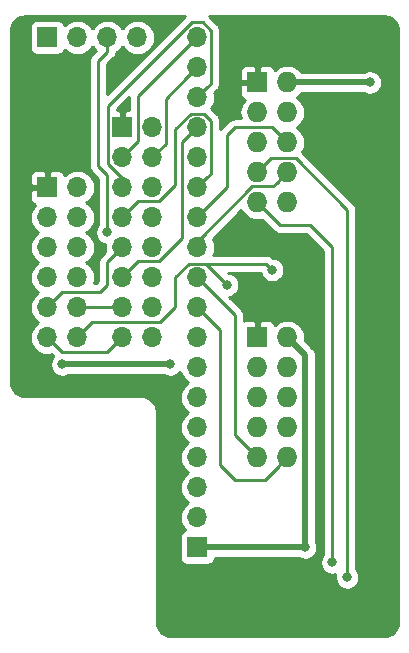
<source format=gbr>
G04 #@! TF.GenerationSoftware,KiCad,Pcbnew,(5.1.0-0)*
G04 #@! TF.CreationDate,2019-04-12T23:41:18+08:00*
G04 #@! TF.ProjectId,Ulticontroller_adapter,556c7469-636f-46e7-9472-6f6c6c65725f,rev?*
G04 #@! TF.SameCoordinates,Original*
G04 #@! TF.FileFunction,Copper,L1,Top*
G04 #@! TF.FilePolarity,Positive*
%FSLAX46Y46*%
G04 Gerber Fmt 4.6, Leading zero omitted, Abs format (unit mm)*
G04 Created by KiCad (PCBNEW (5.1.0-0)) date 2019-04-12 23:41:18*
%MOMM*%
%LPD*%
G04 APERTURE LIST*
%ADD10O,1.700000X1.700000*%
%ADD11R,1.700000X1.700000*%
%ADD12O,1.727200X1.727200*%
%ADD13R,1.727200X1.727200*%
%ADD14C,0.800000*%
%ADD15C,0.250000*%
%ADD16C,0.500000*%
%ADD17C,0.254000*%
G04 APERTURE END LIST*
D10*
X124460000Y-87630000D03*
X124460000Y-90170000D03*
X124460000Y-92710000D03*
X124460000Y-95250000D03*
X124460000Y-97790000D03*
X124460000Y-100330000D03*
X124460000Y-102870000D03*
X124460000Y-105410000D03*
X124460000Y-107950000D03*
X124460000Y-110490000D03*
X124460000Y-113030000D03*
X124460000Y-115570000D03*
X124460000Y-118110000D03*
X124460000Y-120650000D03*
X124460000Y-123190000D03*
X124460000Y-125730000D03*
X124460000Y-128270000D03*
D11*
X124460000Y-130810000D03*
D10*
X120650000Y-113030000D03*
X118110000Y-113030000D03*
X120650000Y-110490000D03*
X118110000Y-110490000D03*
X120650000Y-107950000D03*
X118110000Y-107950000D03*
X120650000Y-105410000D03*
X118110000Y-105410000D03*
X120650000Y-102870000D03*
X118110000Y-102870000D03*
X120650000Y-100330000D03*
X118110000Y-100330000D03*
X120650000Y-97790000D03*
X118110000Y-97790000D03*
X120650000Y-95250000D03*
D11*
X118110000Y-95250000D03*
X111760000Y-100330000D03*
D10*
X114300000Y-100330000D03*
X111760000Y-102870000D03*
X114300000Y-102870000D03*
X111760000Y-105410000D03*
X114300000Y-105410000D03*
X111760000Y-107950000D03*
X114300000Y-107950000D03*
X111760000Y-110490000D03*
X114300000Y-110490000D03*
X111760000Y-113030000D03*
X114300000Y-113030000D03*
X119380000Y-87630000D03*
X116840000Y-87630000D03*
X114300000Y-87630000D03*
D11*
X111760000Y-87630000D03*
D12*
X132080000Y-101600000D03*
X129540000Y-101600000D03*
X132080000Y-99060000D03*
X129540000Y-99060000D03*
X132080000Y-96520000D03*
X129540000Y-96520000D03*
X132080000Y-93980000D03*
X129540000Y-93980000D03*
X132080000Y-91440000D03*
D13*
X129540000Y-91440000D03*
D12*
X132080000Y-123190000D03*
X129540000Y-123190000D03*
X132080000Y-120650000D03*
X129540000Y-120650000D03*
X132080000Y-118110000D03*
X129540000Y-118110000D03*
X132080000Y-115570000D03*
X129540000Y-115570000D03*
X132080000Y-113030000D03*
D13*
X129540000Y-113030000D03*
D14*
X116840000Y-104140000D03*
X139065000Y-91440000D03*
X133604000Y-130810000D03*
X122174000Y-115316000D03*
X113030000Y-115316006D03*
X130810000Y-107315000D03*
X127000000Y-108585000D03*
X137160000Y-133350000D03*
X135890000Y-132080000D03*
X114554000Y-95250000D03*
D15*
X119474999Y-92615001D02*
X123610001Y-88479999D01*
X119474999Y-96425001D02*
X119474999Y-92615001D01*
X123610001Y-88479999D02*
X124460000Y-87630000D01*
X118110000Y-97790000D02*
X119474999Y-96425001D01*
X123610001Y-91019999D02*
X124460000Y-90170000D01*
X121825001Y-92804999D02*
X123610001Y-91019999D01*
X121825001Y-96614999D02*
X121825001Y-92804999D01*
X120650000Y-97790000D02*
X121825001Y-96614999D01*
X125309999Y-91860001D02*
X124460000Y-92710000D01*
X125635001Y-87065999D02*
X125635001Y-91534999D01*
X123990998Y-86360000D02*
X124929002Y-86360000D01*
X125635001Y-91534999D02*
X125309999Y-91860001D01*
X124929002Y-86360000D02*
X125635001Y-87065999D01*
X116934999Y-93415999D02*
X123990998Y-86360000D01*
X116934999Y-98354001D02*
X116934999Y-93415999D01*
X118110000Y-99529002D02*
X116934999Y-98354001D01*
X118110000Y-100330000D02*
X118110000Y-99529002D01*
X123190000Y-104609002D02*
X123190000Y-96520000D01*
X121214001Y-106585001D02*
X123190000Y-104609002D01*
X123190000Y-96520000D02*
X124460000Y-95250000D01*
X119474999Y-106585001D02*
X121214001Y-106585001D01*
X118110000Y-107950000D02*
X119474999Y-106585001D01*
X125309999Y-99480001D02*
X124460000Y-100330000D01*
X125635001Y-94685999D02*
X125635001Y-99154999D01*
X125635001Y-99154999D02*
X125309999Y-99480001D01*
X125024001Y-94074999D02*
X125635001Y-94685999D01*
X123895999Y-94074999D02*
X125024001Y-94074999D01*
X122555000Y-95415998D02*
X123895999Y-94074999D01*
X121214001Y-101505001D02*
X122555000Y-100164002D01*
X119474999Y-101505001D02*
X121214001Y-101505001D01*
X122555000Y-100164002D02*
X122555000Y-95415998D01*
X118110000Y-102870000D02*
X119474999Y-101505001D01*
X124460000Y-102870000D02*
X124460000Y-102069002D01*
X124460000Y-102870000D02*
X127000000Y-100330000D01*
X127000000Y-100330000D02*
X127000000Y-95885000D01*
X127000000Y-95885000D02*
X127635000Y-95250000D01*
X130810000Y-95250000D02*
X132080000Y-96520000D01*
X127635000Y-95250000D02*
X130810000Y-95250000D01*
X124460000Y-105410000D02*
X124460000Y-104775000D01*
X130891399Y-100248601D02*
X131216401Y-99923599D01*
X131216401Y-99923599D02*
X132080000Y-99060000D01*
X129132269Y-100248601D02*
X130891399Y-100248601D01*
X124605870Y-104775000D02*
X129132269Y-100248601D01*
X124460000Y-104775000D02*
X124605870Y-104775000D01*
X124460000Y-107950000D02*
X127635000Y-111125000D01*
X127635000Y-111125000D02*
X127635000Y-121285000D01*
X128676401Y-122326401D02*
X129540000Y-123190000D01*
X127635000Y-121285000D02*
X128676401Y-122326401D01*
X127635000Y-125095000D02*
X130175000Y-125095000D01*
X126365000Y-123825000D02*
X127635000Y-125095000D01*
X130175000Y-125095000D02*
X131216401Y-124053599D01*
X126365000Y-112395000D02*
X126365000Y-123825000D01*
X131216401Y-124053599D02*
X132080000Y-123190000D01*
X124460000Y-110490000D02*
X126365000Y-112395000D01*
X116840000Y-87630000D02*
X116840000Y-88832081D01*
X116840000Y-88832081D02*
X116078000Y-89594081D01*
X116840000Y-104140000D02*
X116840000Y-99314000D01*
X116840000Y-99314000D02*
X116078000Y-98552000D01*
X116078000Y-89594081D02*
X116078000Y-98552000D01*
D16*
X132080000Y-91440000D02*
X139065000Y-91440000D01*
X139065000Y-91440000D02*
X139065000Y-91440000D01*
X133604000Y-114554000D02*
X133604000Y-129794000D01*
X132080000Y-113030000D02*
X133604000Y-114554000D01*
X133604000Y-129794000D02*
X133604000Y-129794000D01*
X122173994Y-115316006D02*
X122174000Y-115316000D01*
X113030000Y-115316006D02*
X122173994Y-115316006D01*
X133604000Y-129794000D02*
X133604000Y-130810000D01*
X133604000Y-130810000D02*
X124460000Y-130810000D01*
D15*
X130269999Y-106774999D02*
X123730001Y-106774999D01*
X130810000Y-107315000D02*
X130269999Y-106774999D01*
X123730001Y-106774999D02*
X122555000Y-107950000D01*
X122555000Y-107950000D02*
X122555000Y-110490000D01*
X122555000Y-110490000D02*
X121285000Y-111760000D01*
X115570000Y-111760000D02*
X114300000Y-113030000D01*
X121285000Y-111760000D02*
X115570000Y-111760000D01*
X125189999Y-106774999D02*
X127000000Y-108585000D01*
X123730001Y-106774999D02*
X125189999Y-106774999D01*
X116840000Y-114300000D02*
X118110000Y-113030000D01*
X113030000Y-114300000D02*
X116840000Y-114300000D01*
X111760000Y-113030000D02*
X113030000Y-114300000D01*
X114300000Y-110490000D02*
X118110000Y-110490000D01*
X113030000Y-109220000D02*
X116205000Y-109220000D01*
X111760000Y-110490000D02*
X113030000Y-109220000D01*
X116205000Y-109220000D02*
X116840000Y-108585000D01*
X116840000Y-106680000D02*
X118110000Y-105410000D01*
X116840000Y-108585000D02*
X116840000Y-106680000D01*
X137160000Y-132784315D02*
X137160000Y-133350000D01*
X130728601Y-97871399D02*
X132796399Y-97871399D01*
X129540000Y-99060000D02*
X130728601Y-97871399D01*
X137160000Y-102235000D02*
X137160000Y-132784315D01*
X132796399Y-97871399D02*
X137160000Y-102235000D01*
X135890000Y-132080000D02*
X135890000Y-105410000D01*
X135890000Y-105410000D02*
X133985000Y-103505000D01*
X133985000Y-103505000D02*
X131445000Y-103505000D01*
X131445000Y-103505000D02*
X129540000Y-101600000D01*
D17*
G36*
X116838000Y-92438197D02*
G01*
X116838000Y-89908882D01*
X117351002Y-89395880D01*
X117380001Y-89372082D01*
X117474974Y-89256357D01*
X117545546Y-89124328D01*
X117589003Y-88981067D01*
X117596031Y-88909716D01*
X117669014Y-88870706D01*
X117895134Y-88685134D01*
X118080706Y-88459014D01*
X118110000Y-88404209D01*
X118139294Y-88459014D01*
X118324866Y-88685134D01*
X118550986Y-88870706D01*
X118808966Y-89008599D01*
X119088889Y-89093513D01*
X119307050Y-89115000D01*
X119452950Y-89115000D01*
X119671111Y-89093513D01*
X119951034Y-89008599D01*
X120209014Y-88870706D01*
X120435134Y-88685134D01*
X120620706Y-88459014D01*
X120758599Y-88201034D01*
X120843513Y-87921111D01*
X120872185Y-87630000D01*
X120843513Y-87338889D01*
X120758599Y-87058966D01*
X120620706Y-86800986D01*
X120435134Y-86574866D01*
X120209014Y-86389294D01*
X119951034Y-86251401D01*
X119671111Y-86166487D01*
X119452950Y-86145000D01*
X119307050Y-86145000D01*
X119088889Y-86166487D01*
X118808966Y-86251401D01*
X118550986Y-86389294D01*
X118324866Y-86574866D01*
X118139294Y-86800986D01*
X118110000Y-86855791D01*
X118080706Y-86800986D01*
X117895134Y-86574866D01*
X117669014Y-86389294D01*
X117411034Y-86251401D01*
X117131111Y-86166487D01*
X116912950Y-86145000D01*
X116767050Y-86145000D01*
X116548889Y-86166487D01*
X116268966Y-86251401D01*
X116010986Y-86389294D01*
X115784866Y-86574866D01*
X115599294Y-86800986D01*
X115570000Y-86855791D01*
X115540706Y-86800986D01*
X115355134Y-86574866D01*
X115129014Y-86389294D01*
X114871034Y-86251401D01*
X114591111Y-86166487D01*
X114372950Y-86145000D01*
X114227050Y-86145000D01*
X114008889Y-86166487D01*
X113728966Y-86251401D01*
X113470986Y-86389294D01*
X113244866Y-86574866D01*
X113220393Y-86604687D01*
X113199502Y-86535820D01*
X113140537Y-86425506D01*
X113061185Y-86328815D01*
X112964494Y-86249463D01*
X112854180Y-86190498D01*
X112734482Y-86154188D01*
X112610000Y-86141928D01*
X110910000Y-86141928D01*
X110785518Y-86154188D01*
X110665820Y-86190498D01*
X110555506Y-86249463D01*
X110458815Y-86328815D01*
X110379463Y-86425506D01*
X110320498Y-86535820D01*
X110284188Y-86655518D01*
X110271928Y-86780000D01*
X110271928Y-88480000D01*
X110284188Y-88604482D01*
X110320498Y-88724180D01*
X110379463Y-88834494D01*
X110458815Y-88931185D01*
X110555506Y-89010537D01*
X110665820Y-89069502D01*
X110785518Y-89105812D01*
X110910000Y-89118072D01*
X112610000Y-89118072D01*
X112734482Y-89105812D01*
X112854180Y-89069502D01*
X112964494Y-89010537D01*
X113061185Y-88931185D01*
X113140537Y-88834494D01*
X113199502Y-88724180D01*
X113220393Y-88655313D01*
X113244866Y-88685134D01*
X113470986Y-88870706D01*
X113728966Y-89008599D01*
X114008889Y-89093513D01*
X114227050Y-89115000D01*
X114372950Y-89115000D01*
X114591111Y-89093513D01*
X114871034Y-89008599D01*
X115129014Y-88870706D01*
X115355134Y-88685134D01*
X115540706Y-88459014D01*
X115570000Y-88404209D01*
X115599294Y-88459014D01*
X115784866Y-88685134D01*
X115854774Y-88742506D01*
X115567002Y-89030278D01*
X115537999Y-89054080D01*
X115495544Y-89105812D01*
X115443026Y-89169805D01*
X115396763Y-89256357D01*
X115372454Y-89301835D01*
X115328997Y-89445096D01*
X115318000Y-89556749D01*
X115318000Y-89556759D01*
X115314324Y-89594081D01*
X115318000Y-89631403D01*
X115318001Y-98514668D01*
X115314324Y-98552000D01*
X115328998Y-98700985D01*
X115372454Y-98844246D01*
X115443026Y-98976276D01*
X115508229Y-99055725D01*
X115538000Y-99092001D01*
X115566998Y-99115799D01*
X116080001Y-99628803D01*
X116080000Y-103436289D01*
X116036063Y-103480226D01*
X115922795Y-103649744D01*
X115844774Y-103838102D01*
X115805000Y-104038061D01*
X115805000Y-104241939D01*
X115844774Y-104441898D01*
X115922795Y-104630256D01*
X116036063Y-104799774D01*
X116180226Y-104943937D01*
X116349744Y-105057205D01*
X116538102Y-105135226D01*
X116642826Y-105156057D01*
X116617815Y-105410000D01*
X116646487Y-105701111D01*
X116669203Y-105775996D01*
X116328998Y-106116201D01*
X116300000Y-106139999D01*
X116276202Y-106168997D01*
X116276201Y-106168998D01*
X116205026Y-106255724D01*
X116134454Y-106387754D01*
X116090998Y-106531015D01*
X116076324Y-106680000D01*
X116080001Y-106717332D01*
X116080000Y-108270198D01*
X115890199Y-108460000D01*
X115697114Y-108460000D01*
X115763513Y-108241111D01*
X115792185Y-107950000D01*
X115763513Y-107658889D01*
X115678599Y-107378966D01*
X115540706Y-107120986D01*
X115355134Y-106894866D01*
X115129014Y-106709294D01*
X115074209Y-106680000D01*
X115129014Y-106650706D01*
X115355134Y-106465134D01*
X115540706Y-106239014D01*
X115678599Y-105981034D01*
X115763513Y-105701111D01*
X115792185Y-105410000D01*
X115763513Y-105118889D01*
X115678599Y-104838966D01*
X115540706Y-104580986D01*
X115355134Y-104354866D01*
X115129014Y-104169294D01*
X115074209Y-104140000D01*
X115129014Y-104110706D01*
X115355134Y-103925134D01*
X115540706Y-103699014D01*
X115678599Y-103441034D01*
X115763513Y-103161111D01*
X115792185Y-102870000D01*
X115763513Y-102578889D01*
X115678599Y-102298966D01*
X115540706Y-102040986D01*
X115355134Y-101814866D01*
X115129014Y-101629294D01*
X115074209Y-101600000D01*
X115129014Y-101570706D01*
X115355134Y-101385134D01*
X115540706Y-101159014D01*
X115678599Y-100901034D01*
X115763513Y-100621111D01*
X115792185Y-100330000D01*
X115763513Y-100038889D01*
X115678599Y-99758966D01*
X115540706Y-99500986D01*
X115355134Y-99274866D01*
X115129014Y-99089294D01*
X114871034Y-98951401D01*
X114591111Y-98866487D01*
X114372950Y-98845000D01*
X114227050Y-98845000D01*
X114008889Y-98866487D01*
X113728966Y-98951401D01*
X113470986Y-99089294D01*
X113244866Y-99274866D01*
X113220393Y-99304687D01*
X113199502Y-99235820D01*
X113140537Y-99125506D01*
X113061185Y-99028815D01*
X112964494Y-98949463D01*
X112854180Y-98890498D01*
X112734482Y-98854188D01*
X112610000Y-98841928D01*
X112045750Y-98845000D01*
X111887000Y-99003750D01*
X111887000Y-100203000D01*
X111907000Y-100203000D01*
X111907000Y-100457000D01*
X111887000Y-100457000D01*
X111887000Y-100477000D01*
X111633000Y-100477000D01*
X111633000Y-100457000D01*
X110433750Y-100457000D01*
X110275000Y-100615750D01*
X110271928Y-101180000D01*
X110284188Y-101304482D01*
X110320498Y-101424180D01*
X110379463Y-101534494D01*
X110458815Y-101631185D01*
X110555506Y-101710537D01*
X110665820Y-101769502D01*
X110734687Y-101790393D01*
X110704866Y-101814866D01*
X110519294Y-102040986D01*
X110381401Y-102298966D01*
X110296487Y-102578889D01*
X110267815Y-102870000D01*
X110296487Y-103161111D01*
X110381401Y-103441034D01*
X110519294Y-103699014D01*
X110704866Y-103925134D01*
X110930986Y-104110706D01*
X110985791Y-104140000D01*
X110930986Y-104169294D01*
X110704866Y-104354866D01*
X110519294Y-104580986D01*
X110381401Y-104838966D01*
X110296487Y-105118889D01*
X110267815Y-105410000D01*
X110296487Y-105701111D01*
X110381401Y-105981034D01*
X110519294Y-106239014D01*
X110704866Y-106465134D01*
X110930986Y-106650706D01*
X110985791Y-106680000D01*
X110930986Y-106709294D01*
X110704866Y-106894866D01*
X110519294Y-107120986D01*
X110381401Y-107378966D01*
X110296487Y-107658889D01*
X110267815Y-107950000D01*
X110296487Y-108241111D01*
X110381401Y-108521034D01*
X110519294Y-108779014D01*
X110704866Y-109005134D01*
X110930986Y-109190706D01*
X110985791Y-109220000D01*
X110930986Y-109249294D01*
X110704866Y-109434866D01*
X110519294Y-109660986D01*
X110381401Y-109918966D01*
X110296487Y-110198889D01*
X110267815Y-110490000D01*
X110296487Y-110781111D01*
X110381401Y-111061034D01*
X110519294Y-111319014D01*
X110704866Y-111545134D01*
X110930986Y-111730706D01*
X110985791Y-111760000D01*
X110930986Y-111789294D01*
X110704866Y-111974866D01*
X110519294Y-112200986D01*
X110381401Y-112458966D01*
X110296487Y-112738889D01*
X110267815Y-113030000D01*
X110296487Y-113321111D01*
X110381401Y-113601034D01*
X110519294Y-113859014D01*
X110704866Y-114085134D01*
X110930986Y-114270706D01*
X111188966Y-114408599D01*
X111468889Y-114493513D01*
X111687050Y-114515000D01*
X111832950Y-114515000D01*
X112051111Y-114493513D01*
X112125995Y-114470797D01*
X112268747Y-114613548D01*
X112226063Y-114656232D01*
X112112795Y-114825750D01*
X112034774Y-115014108D01*
X111995000Y-115214067D01*
X111995000Y-115417945D01*
X112034774Y-115617904D01*
X112112795Y-115806262D01*
X112226063Y-115975780D01*
X112370226Y-116119943D01*
X112539744Y-116233211D01*
X112728102Y-116311232D01*
X112928061Y-116351006D01*
X113131939Y-116351006D01*
X113331898Y-116311232D01*
X113520256Y-116233211D01*
X113568454Y-116201006D01*
X121635555Y-116201006D01*
X121683744Y-116233205D01*
X121872102Y-116311226D01*
X122072061Y-116351000D01*
X122275939Y-116351000D01*
X122475898Y-116311226D01*
X122664256Y-116233205D01*
X122833774Y-116119937D01*
X122977937Y-115975774D01*
X123014617Y-115920878D01*
X123081401Y-116141034D01*
X123219294Y-116399014D01*
X123404866Y-116625134D01*
X123630986Y-116810706D01*
X123685791Y-116840000D01*
X123630986Y-116869294D01*
X123404866Y-117054866D01*
X123219294Y-117280986D01*
X123081401Y-117538966D01*
X122996487Y-117818889D01*
X122967815Y-118110000D01*
X122996487Y-118401111D01*
X123081401Y-118681034D01*
X123219294Y-118939014D01*
X123404866Y-119165134D01*
X123630986Y-119350706D01*
X123685791Y-119380000D01*
X123630986Y-119409294D01*
X123404866Y-119594866D01*
X123219294Y-119820986D01*
X123081401Y-120078966D01*
X122996487Y-120358889D01*
X122967815Y-120650000D01*
X122996487Y-120941111D01*
X123081401Y-121221034D01*
X123219294Y-121479014D01*
X123404866Y-121705134D01*
X123630986Y-121890706D01*
X123685791Y-121920000D01*
X123630986Y-121949294D01*
X123404866Y-122134866D01*
X123219294Y-122360986D01*
X123081401Y-122618966D01*
X122996487Y-122898889D01*
X122967815Y-123190000D01*
X122996487Y-123481111D01*
X123081401Y-123761034D01*
X123219294Y-124019014D01*
X123404866Y-124245134D01*
X123630986Y-124430706D01*
X123685791Y-124460000D01*
X123630986Y-124489294D01*
X123404866Y-124674866D01*
X123219294Y-124900986D01*
X123081401Y-125158966D01*
X122996487Y-125438889D01*
X122967815Y-125730000D01*
X122996487Y-126021111D01*
X123081401Y-126301034D01*
X123219294Y-126559014D01*
X123404866Y-126785134D01*
X123630986Y-126970706D01*
X123685791Y-127000000D01*
X123630986Y-127029294D01*
X123404866Y-127214866D01*
X123219294Y-127440986D01*
X123081401Y-127698966D01*
X122996487Y-127978889D01*
X122967815Y-128270000D01*
X122996487Y-128561111D01*
X123081401Y-128841034D01*
X123219294Y-129099014D01*
X123404866Y-129325134D01*
X123434687Y-129349607D01*
X123365820Y-129370498D01*
X123255506Y-129429463D01*
X123158815Y-129508815D01*
X123079463Y-129605506D01*
X123020498Y-129715820D01*
X122984188Y-129835518D01*
X122971928Y-129960000D01*
X122971928Y-131660000D01*
X122984188Y-131784482D01*
X123020498Y-131904180D01*
X123079463Y-132014494D01*
X123158815Y-132111185D01*
X123255506Y-132190537D01*
X123365820Y-132249502D01*
X123485518Y-132285812D01*
X123610000Y-132298072D01*
X125310000Y-132298072D01*
X125434482Y-132285812D01*
X125554180Y-132249502D01*
X125664494Y-132190537D01*
X125761185Y-132111185D01*
X125840537Y-132014494D01*
X125899502Y-131904180D01*
X125935812Y-131784482D01*
X125944625Y-131695000D01*
X133065546Y-131695000D01*
X133113744Y-131727205D01*
X133302102Y-131805226D01*
X133502061Y-131845000D01*
X133705939Y-131845000D01*
X133905898Y-131805226D01*
X134094256Y-131727205D01*
X134263774Y-131613937D01*
X134407937Y-131469774D01*
X134521205Y-131300256D01*
X134599226Y-131111898D01*
X134639000Y-130911939D01*
X134639000Y-130708061D01*
X134599226Y-130508102D01*
X134521205Y-130319744D01*
X134489000Y-130271546D01*
X134489000Y-129837477D01*
X134493282Y-129794000D01*
X134489000Y-129750523D01*
X134489000Y-114597465D01*
X134493281Y-114553999D01*
X134489000Y-114510533D01*
X134489000Y-114510523D01*
X134476195Y-114380510D01*
X134425589Y-114213687D01*
X134343411Y-114059941D01*
X134232817Y-113925183D01*
X134199050Y-113897471D01*
X133563052Y-113261474D01*
X133585851Y-113030000D01*
X133556916Y-112736223D01*
X133471225Y-112453736D01*
X133332069Y-112193394D01*
X133144797Y-111965203D01*
X132916606Y-111777931D01*
X132656264Y-111638775D01*
X132373777Y-111553084D01*
X132153619Y-111531400D01*
X132006381Y-111531400D01*
X131786223Y-111553084D01*
X131503736Y-111638775D01*
X131243394Y-111777931D01*
X131015203Y-111965203D01*
X131008586Y-111973265D01*
X130993102Y-111922220D01*
X130934137Y-111811906D01*
X130854785Y-111715215D01*
X130758094Y-111635863D01*
X130647780Y-111576898D01*
X130528082Y-111540588D01*
X130403600Y-111528328D01*
X129825750Y-111531400D01*
X129667000Y-111690150D01*
X129667000Y-112903000D01*
X129687000Y-112903000D01*
X129687000Y-113157000D01*
X129667000Y-113157000D01*
X129667000Y-113177000D01*
X129413000Y-113177000D01*
X129413000Y-113157000D01*
X129393000Y-113157000D01*
X129393000Y-112903000D01*
X129413000Y-112903000D01*
X129413000Y-111690150D01*
X129254250Y-111531400D01*
X128676400Y-111528328D01*
X128551918Y-111540588D01*
X128432220Y-111576898D01*
X128395000Y-111596793D01*
X128395000Y-111162322D01*
X128398676Y-111124999D01*
X128395000Y-111087676D01*
X128395000Y-111087667D01*
X128384003Y-110976014D01*
X128340546Y-110832753D01*
X128313549Y-110782246D01*
X128269974Y-110700723D01*
X128198799Y-110613997D01*
X128175001Y-110584999D01*
X128146004Y-110561202D01*
X127187736Y-109602934D01*
X127301898Y-109580226D01*
X127490256Y-109502205D01*
X127659774Y-109388937D01*
X127803937Y-109244774D01*
X127917205Y-109075256D01*
X127995226Y-108886898D01*
X128035000Y-108686939D01*
X128035000Y-108483061D01*
X127995226Y-108283102D01*
X127917205Y-108094744D01*
X127803937Y-107925226D01*
X127659774Y-107781063D01*
X127490256Y-107667795D01*
X127301898Y-107589774D01*
X127101939Y-107550000D01*
X127039802Y-107550000D01*
X127024801Y-107534999D01*
X129798483Y-107534999D01*
X129814774Y-107616898D01*
X129892795Y-107805256D01*
X130006063Y-107974774D01*
X130150226Y-108118937D01*
X130319744Y-108232205D01*
X130508102Y-108310226D01*
X130708061Y-108350000D01*
X130911939Y-108350000D01*
X131111898Y-108310226D01*
X131300256Y-108232205D01*
X131469774Y-108118937D01*
X131613937Y-107974774D01*
X131727205Y-107805256D01*
X131805226Y-107616898D01*
X131845000Y-107416939D01*
X131845000Y-107213061D01*
X131805226Y-107013102D01*
X131727205Y-106824744D01*
X131613937Y-106655226D01*
X131469774Y-106511063D01*
X131300256Y-106397795D01*
X131111898Y-106319774D01*
X130911939Y-106280000D01*
X130849801Y-106280000D01*
X130833802Y-106264001D01*
X130810000Y-106234998D01*
X130694275Y-106140025D01*
X130562246Y-106069453D01*
X130418985Y-106025996D01*
X130307332Y-106014999D01*
X130307321Y-106014999D01*
X130269999Y-106011323D01*
X130232677Y-106014999D01*
X125820444Y-106014999D01*
X125838599Y-105981034D01*
X125923513Y-105701111D01*
X125952185Y-105410000D01*
X125923513Y-105118889D01*
X125838599Y-104838966D01*
X125761308Y-104694364D01*
X128194278Y-102261394D01*
X128287931Y-102436606D01*
X128475203Y-102664797D01*
X128703394Y-102852069D01*
X128963736Y-102991225D01*
X129246223Y-103076916D01*
X129466381Y-103098600D01*
X129613619Y-103098600D01*
X129833777Y-103076916D01*
X129916900Y-103051701D01*
X130881200Y-104016002D01*
X130904999Y-104045001D01*
X131020724Y-104139974D01*
X131152753Y-104210546D01*
X131296014Y-104254003D01*
X131407667Y-104265000D01*
X131407677Y-104265000D01*
X131445000Y-104268676D01*
X131482323Y-104265000D01*
X133670199Y-104265000D01*
X135130001Y-105724803D01*
X135130000Y-131376289D01*
X135086063Y-131420226D01*
X134972795Y-131589744D01*
X134894774Y-131778102D01*
X134855000Y-131978061D01*
X134855000Y-132181939D01*
X134894774Y-132381898D01*
X134972795Y-132570256D01*
X135086063Y-132739774D01*
X135230226Y-132883937D01*
X135399744Y-132997205D01*
X135588102Y-133075226D01*
X135788061Y-133115000D01*
X135991939Y-133115000D01*
X136158039Y-133081961D01*
X136125000Y-133248061D01*
X136125000Y-133451939D01*
X136164774Y-133651898D01*
X136242795Y-133840256D01*
X136356063Y-134009774D01*
X136500226Y-134153937D01*
X136669744Y-134267205D01*
X136858102Y-134345226D01*
X137058061Y-134385000D01*
X137261939Y-134385000D01*
X137461898Y-134345226D01*
X137650256Y-134267205D01*
X137819774Y-134153937D01*
X137963937Y-134009774D01*
X138077205Y-133840256D01*
X138155226Y-133651898D01*
X138195000Y-133451939D01*
X138195000Y-133248061D01*
X138155226Y-133048102D01*
X138077205Y-132859744D01*
X137963937Y-132690226D01*
X137920000Y-132646289D01*
X137920000Y-102272325D01*
X137923676Y-102235000D01*
X137920000Y-102197675D01*
X137920000Y-102197667D01*
X137909003Y-102086014D01*
X137865546Y-101942753D01*
X137794974Y-101810724D01*
X137700001Y-101694999D01*
X137671004Y-101671202D01*
X133360203Y-97360402D01*
X133341937Y-97338145D01*
X133471225Y-97096264D01*
X133556916Y-96813777D01*
X133585851Y-96520000D01*
X133556916Y-96226223D01*
X133471225Y-95943736D01*
X133332069Y-95683394D01*
X133144797Y-95455203D01*
X132916606Y-95267931D01*
X132883060Y-95250000D01*
X132916606Y-95232069D01*
X133144797Y-95044797D01*
X133332069Y-94816606D01*
X133471225Y-94556264D01*
X133556916Y-94273777D01*
X133585851Y-93980000D01*
X133556916Y-93686223D01*
X133471225Y-93403736D01*
X133332069Y-93143394D01*
X133144797Y-92915203D01*
X132916606Y-92727931D01*
X132883060Y-92710000D01*
X132916606Y-92692069D01*
X133144797Y-92504797D01*
X133292353Y-92325000D01*
X138526546Y-92325000D01*
X138574744Y-92357205D01*
X138763102Y-92435226D01*
X138963061Y-92475000D01*
X139166939Y-92475000D01*
X139366898Y-92435226D01*
X139555256Y-92357205D01*
X139724774Y-92243937D01*
X139868937Y-92099774D01*
X139982205Y-91930256D01*
X140060226Y-91741898D01*
X140100000Y-91541939D01*
X140100000Y-91338061D01*
X140060226Y-91138102D01*
X139982205Y-90949744D01*
X139868937Y-90780226D01*
X139724774Y-90636063D01*
X139555256Y-90522795D01*
X139366898Y-90444774D01*
X139166939Y-90405000D01*
X138963061Y-90405000D01*
X138763102Y-90444774D01*
X138574744Y-90522795D01*
X138526546Y-90555000D01*
X133292353Y-90555000D01*
X133144797Y-90375203D01*
X132916606Y-90187931D01*
X132656264Y-90048775D01*
X132373777Y-89963084D01*
X132153619Y-89941400D01*
X132006381Y-89941400D01*
X131786223Y-89963084D01*
X131503736Y-90048775D01*
X131243394Y-90187931D01*
X131015203Y-90375203D01*
X131008586Y-90383265D01*
X130993102Y-90332220D01*
X130934137Y-90221906D01*
X130854785Y-90125215D01*
X130758094Y-90045863D01*
X130647780Y-89986898D01*
X130528082Y-89950588D01*
X130403600Y-89938328D01*
X129825750Y-89941400D01*
X129667000Y-90100150D01*
X129667000Y-91313000D01*
X129687000Y-91313000D01*
X129687000Y-91567000D01*
X129667000Y-91567000D01*
X129667000Y-91587000D01*
X129413000Y-91587000D01*
X129413000Y-91567000D01*
X128200150Y-91567000D01*
X128041400Y-91725750D01*
X128038328Y-92303600D01*
X128050588Y-92428082D01*
X128086898Y-92547780D01*
X128145863Y-92658094D01*
X128225215Y-92754785D01*
X128321906Y-92834137D01*
X128432220Y-92893102D01*
X128483265Y-92908586D01*
X128475203Y-92915203D01*
X128287931Y-93143394D01*
X128148775Y-93403736D01*
X128063084Y-93686223D01*
X128034149Y-93980000D01*
X128063084Y-94273777D01*
X128128674Y-94490000D01*
X127672333Y-94490000D01*
X127635000Y-94486323D01*
X127597667Y-94490000D01*
X127486014Y-94500997D01*
X127342753Y-94544454D01*
X127210724Y-94615026D01*
X127094999Y-94709999D01*
X127071200Y-94738998D01*
X126488998Y-95321201D01*
X126460000Y-95344999D01*
X126436202Y-95373997D01*
X126436201Y-95373998D01*
X126395001Y-95424200D01*
X126395001Y-94723321D01*
X126398677Y-94685998D01*
X126395001Y-94648675D01*
X126395001Y-94648666D01*
X126384004Y-94537013D01*
X126340547Y-94393752D01*
X126269975Y-94261723D01*
X126239004Y-94223985D01*
X126198800Y-94174995D01*
X126198796Y-94174991D01*
X126175002Y-94145998D01*
X126146010Y-94122205D01*
X125638552Y-93614749D01*
X125700706Y-93539014D01*
X125838599Y-93281034D01*
X125923513Y-93001111D01*
X125952185Y-92710000D01*
X125923513Y-92418889D01*
X125900797Y-92344004D01*
X126145998Y-92098803D01*
X126175002Y-92075000D01*
X126269975Y-91959275D01*
X126340547Y-91827246D01*
X126384004Y-91683985D01*
X126395001Y-91572332D01*
X126395001Y-91572323D01*
X126398677Y-91535000D01*
X126395001Y-91497677D01*
X126395001Y-90576400D01*
X128038328Y-90576400D01*
X128041400Y-91154250D01*
X128200150Y-91313000D01*
X129413000Y-91313000D01*
X129413000Y-90100150D01*
X129254250Y-89941400D01*
X128676400Y-89938328D01*
X128551918Y-89950588D01*
X128432220Y-89986898D01*
X128321906Y-90045863D01*
X128225215Y-90125215D01*
X128145863Y-90221906D01*
X128086898Y-90332220D01*
X128050588Y-90451918D01*
X128038328Y-90576400D01*
X126395001Y-90576400D01*
X126395001Y-87103321D01*
X126398677Y-87065998D01*
X126395001Y-87028675D01*
X126395001Y-87028666D01*
X126384004Y-86917013D01*
X126340547Y-86773752D01*
X126269975Y-86641723D01*
X126175002Y-86525998D01*
X126146005Y-86502201D01*
X125495803Y-85852000D01*
X140329452Y-85852000D01*
X140533395Y-85869843D01*
X140725765Y-85921388D01*
X140906260Y-86005555D01*
X141069390Y-86119780D01*
X141210220Y-86260610D01*
X141324445Y-86423740D01*
X141408612Y-86604235D01*
X141460157Y-86796605D01*
X141478000Y-87000548D01*
X141478000Y-137154452D01*
X141460157Y-137358395D01*
X141408612Y-137550765D01*
X141324445Y-137731260D01*
X141210220Y-137894390D01*
X141069390Y-138035220D01*
X140906260Y-138149445D01*
X140725765Y-138233612D01*
X140533395Y-138285157D01*
X140329452Y-138303000D01*
X122179548Y-138303000D01*
X121975605Y-138285157D01*
X121783235Y-138233612D01*
X121602740Y-138149445D01*
X121439610Y-138035220D01*
X121298780Y-137894390D01*
X121184555Y-137731260D01*
X121100388Y-137550765D01*
X121048843Y-137358395D01*
X121031000Y-137154452D01*
X121031000Y-119380000D01*
X121030517Y-119368931D01*
X121011223Y-119148398D01*
X121007379Y-119126597D01*
X120950083Y-118912764D01*
X120942511Y-118891961D01*
X120848953Y-118691327D01*
X120837884Y-118672156D01*
X120710908Y-118490816D01*
X120696679Y-118473857D01*
X120540143Y-118317321D01*
X120523184Y-118303092D01*
X120341844Y-118176116D01*
X120322673Y-118165047D01*
X120122039Y-118071489D01*
X120101236Y-118063917D01*
X119887403Y-118006621D01*
X119865602Y-118002777D01*
X119645069Y-117983483D01*
X119634000Y-117983000D01*
X109860548Y-117983000D01*
X109656605Y-117965157D01*
X109464235Y-117913612D01*
X109283740Y-117829445D01*
X109120610Y-117715220D01*
X108979780Y-117574390D01*
X108865555Y-117411260D01*
X108781388Y-117230765D01*
X108729843Y-117038395D01*
X108712000Y-116834452D01*
X108712000Y-99480000D01*
X110271928Y-99480000D01*
X110275000Y-100044250D01*
X110433750Y-100203000D01*
X111633000Y-100203000D01*
X111633000Y-99003750D01*
X111474250Y-98845000D01*
X110910000Y-98841928D01*
X110785518Y-98854188D01*
X110665820Y-98890498D01*
X110555506Y-98949463D01*
X110458815Y-99028815D01*
X110379463Y-99125506D01*
X110320498Y-99235820D01*
X110284188Y-99355518D01*
X110271928Y-99480000D01*
X108712000Y-99480000D01*
X108712000Y-87000548D01*
X108729843Y-86796605D01*
X108781388Y-86604235D01*
X108865555Y-86423740D01*
X108979780Y-86260610D01*
X109120610Y-86119780D01*
X109283740Y-86005555D01*
X109464235Y-85921388D01*
X109656605Y-85869843D01*
X109860548Y-85852000D01*
X123424195Y-85852000D01*
X116838000Y-92438197D01*
X116838000Y-92438197D01*
G37*
X116838000Y-92438197D02*
X116838000Y-89908882D01*
X117351002Y-89395880D01*
X117380001Y-89372082D01*
X117474974Y-89256357D01*
X117545546Y-89124328D01*
X117589003Y-88981067D01*
X117596031Y-88909716D01*
X117669014Y-88870706D01*
X117895134Y-88685134D01*
X118080706Y-88459014D01*
X118110000Y-88404209D01*
X118139294Y-88459014D01*
X118324866Y-88685134D01*
X118550986Y-88870706D01*
X118808966Y-89008599D01*
X119088889Y-89093513D01*
X119307050Y-89115000D01*
X119452950Y-89115000D01*
X119671111Y-89093513D01*
X119951034Y-89008599D01*
X120209014Y-88870706D01*
X120435134Y-88685134D01*
X120620706Y-88459014D01*
X120758599Y-88201034D01*
X120843513Y-87921111D01*
X120872185Y-87630000D01*
X120843513Y-87338889D01*
X120758599Y-87058966D01*
X120620706Y-86800986D01*
X120435134Y-86574866D01*
X120209014Y-86389294D01*
X119951034Y-86251401D01*
X119671111Y-86166487D01*
X119452950Y-86145000D01*
X119307050Y-86145000D01*
X119088889Y-86166487D01*
X118808966Y-86251401D01*
X118550986Y-86389294D01*
X118324866Y-86574866D01*
X118139294Y-86800986D01*
X118110000Y-86855791D01*
X118080706Y-86800986D01*
X117895134Y-86574866D01*
X117669014Y-86389294D01*
X117411034Y-86251401D01*
X117131111Y-86166487D01*
X116912950Y-86145000D01*
X116767050Y-86145000D01*
X116548889Y-86166487D01*
X116268966Y-86251401D01*
X116010986Y-86389294D01*
X115784866Y-86574866D01*
X115599294Y-86800986D01*
X115570000Y-86855791D01*
X115540706Y-86800986D01*
X115355134Y-86574866D01*
X115129014Y-86389294D01*
X114871034Y-86251401D01*
X114591111Y-86166487D01*
X114372950Y-86145000D01*
X114227050Y-86145000D01*
X114008889Y-86166487D01*
X113728966Y-86251401D01*
X113470986Y-86389294D01*
X113244866Y-86574866D01*
X113220393Y-86604687D01*
X113199502Y-86535820D01*
X113140537Y-86425506D01*
X113061185Y-86328815D01*
X112964494Y-86249463D01*
X112854180Y-86190498D01*
X112734482Y-86154188D01*
X112610000Y-86141928D01*
X110910000Y-86141928D01*
X110785518Y-86154188D01*
X110665820Y-86190498D01*
X110555506Y-86249463D01*
X110458815Y-86328815D01*
X110379463Y-86425506D01*
X110320498Y-86535820D01*
X110284188Y-86655518D01*
X110271928Y-86780000D01*
X110271928Y-88480000D01*
X110284188Y-88604482D01*
X110320498Y-88724180D01*
X110379463Y-88834494D01*
X110458815Y-88931185D01*
X110555506Y-89010537D01*
X110665820Y-89069502D01*
X110785518Y-89105812D01*
X110910000Y-89118072D01*
X112610000Y-89118072D01*
X112734482Y-89105812D01*
X112854180Y-89069502D01*
X112964494Y-89010537D01*
X113061185Y-88931185D01*
X113140537Y-88834494D01*
X113199502Y-88724180D01*
X113220393Y-88655313D01*
X113244866Y-88685134D01*
X113470986Y-88870706D01*
X113728966Y-89008599D01*
X114008889Y-89093513D01*
X114227050Y-89115000D01*
X114372950Y-89115000D01*
X114591111Y-89093513D01*
X114871034Y-89008599D01*
X115129014Y-88870706D01*
X115355134Y-88685134D01*
X115540706Y-88459014D01*
X115570000Y-88404209D01*
X115599294Y-88459014D01*
X115784866Y-88685134D01*
X115854774Y-88742506D01*
X115567002Y-89030278D01*
X115537999Y-89054080D01*
X115495544Y-89105812D01*
X115443026Y-89169805D01*
X115396763Y-89256357D01*
X115372454Y-89301835D01*
X115328997Y-89445096D01*
X115318000Y-89556749D01*
X115318000Y-89556759D01*
X115314324Y-89594081D01*
X115318000Y-89631403D01*
X115318001Y-98514668D01*
X115314324Y-98552000D01*
X115328998Y-98700985D01*
X115372454Y-98844246D01*
X115443026Y-98976276D01*
X115508229Y-99055725D01*
X115538000Y-99092001D01*
X115566998Y-99115799D01*
X116080001Y-99628803D01*
X116080000Y-103436289D01*
X116036063Y-103480226D01*
X115922795Y-103649744D01*
X115844774Y-103838102D01*
X115805000Y-104038061D01*
X115805000Y-104241939D01*
X115844774Y-104441898D01*
X115922795Y-104630256D01*
X116036063Y-104799774D01*
X116180226Y-104943937D01*
X116349744Y-105057205D01*
X116538102Y-105135226D01*
X116642826Y-105156057D01*
X116617815Y-105410000D01*
X116646487Y-105701111D01*
X116669203Y-105775996D01*
X116328998Y-106116201D01*
X116300000Y-106139999D01*
X116276202Y-106168997D01*
X116276201Y-106168998D01*
X116205026Y-106255724D01*
X116134454Y-106387754D01*
X116090998Y-106531015D01*
X116076324Y-106680000D01*
X116080001Y-106717332D01*
X116080000Y-108270198D01*
X115890199Y-108460000D01*
X115697114Y-108460000D01*
X115763513Y-108241111D01*
X115792185Y-107950000D01*
X115763513Y-107658889D01*
X115678599Y-107378966D01*
X115540706Y-107120986D01*
X115355134Y-106894866D01*
X115129014Y-106709294D01*
X115074209Y-106680000D01*
X115129014Y-106650706D01*
X115355134Y-106465134D01*
X115540706Y-106239014D01*
X115678599Y-105981034D01*
X115763513Y-105701111D01*
X115792185Y-105410000D01*
X115763513Y-105118889D01*
X115678599Y-104838966D01*
X115540706Y-104580986D01*
X115355134Y-104354866D01*
X115129014Y-104169294D01*
X115074209Y-104140000D01*
X115129014Y-104110706D01*
X115355134Y-103925134D01*
X115540706Y-103699014D01*
X115678599Y-103441034D01*
X115763513Y-103161111D01*
X115792185Y-102870000D01*
X115763513Y-102578889D01*
X115678599Y-102298966D01*
X115540706Y-102040986D01*
X115355134Y-101814866D01*
X115129014Y-101629294D01*
X115074209Y-101600000D01*
X115129014Y-101570706D01*
X115355134Y-101385134D01*
X115540706Y-101159014D01*
X115678599Y-100901034D01*
X115763513Y-100621111D01*
X115792185Y-100330000D01*
X115763513Y-100038889D01*
X115678599Y-99758966D01*
X115540706Y-99500986D01*
X115355134Y-99274866D01*
X115129014Y-99089294D01*
X114871034Y-98951401D01*
X114591111Y-98866487D01*
X114372950Y-98845000D01*
X114227050Y-98845000D01*
X114008889Y-98866487D01*
X113728966Y-98951401D01*
X113470986Y-99089294D01*
X113244866Y-99274866D01*
X113220393Y-99304687D01*
X113199502Y-99235820D01*
X113140537Y-99125506D01*
X113061185Y-99028815D01*
X112964494Y-98949463D01*
X112854180Y-98890498D01*
X112734482Y-98854188D01*
X112610000Y-98841928D01*
X112045750Y-98845000D01*
X111887000Y-99003750D01*
X111887000Y-100203000D01*
X111907000Y-100203000D01*
X111907000Y-100457000D01*
X111887000Y-100457000D01*
X111887000Y-100477000D01*
X111633000Y-100477000D01*
X111633000Y-100457000D01*
X110433750Y-100457000D01*
X110275000Y-100615750D01*
X110271928Y-101180000D01*
X110284188Y-101304482D01*
X110320498Y-101424180D01*
X110379463Y-101534494D01*
X110458815Y-101631185D01*
X110555506Y-101710537D01*
X110665820Y-101769502D01*
X110734687Y-101790393D01*
X110704866Y-101814866D01*
X110519294Y-102040986D01*
X110381401Y-102298966D01*
X110296487Y-102578889D01*
X110267815Y-102870000D01*
X110296487Y-103161111D01*
X110381401Y-103441034D01*
X110519294Y-103699014D01*
X110704866Y-103925134D01*
X110930986Y-104110706D01*
X110985791Y-104140000D01*
X110930986Y-104169294D01*
X110704866Y-104354866D01*
X110519294Y-104580986D01*
X110381401Y-104838966D01*
X110296487Y-105118889D01*
X110267815Y-105410000D01*
X110296487Y-105701111D01*
X110381401Y-105981034D01*
X110519294Y-106239014D01*
X110704866Y-106465134D01*
X110930986Y-106650706D01*
X110985791Y-106680000D01*
X110930986Y-106709294D01*
X110704866Y-106894866D01*
X110519294Y-107120986D01*
X110381401Y-107378966D01*
X110296487Y-107658889D01*
X110267815Y-107950000D01*
X110296487Y-108241111D01*
X110381401Y-108521034D01*
X110519294Y-108779014D01*
X110704866Y-109005134D01*
X110930986Y-109190706D01*
X110985791Y-109220000D01*
X110930986Y-109249294D01*
X110704866Y-109434866D01*
X110519294Y-109660986D01*
X110381401Y-109918966D01*
X110296487Y-110198889D01*
X110267815Y-110490000D01*
X110296487Y-110781111D01*
X110381401Y-111061034D01*
X110519294Y-111319014D01*
X110704866Y-111545134D01*
X110930986Y-111730706D01*
X110985791Y-111760000D01*
X110930986Y-111789294D01*
X110704866Y-111974866D01*
X110519294Y-112200986D01*
X110381401Y-112458966D01*
X110296487Y-112738889D01*
X110267815Y-113030000D01*
X110296487Y-113321111D01*
X110381401Y-113601034D01*
X110519294Y-113859014D01*
X110704866Y-114085134D01*
X110930986Y-114270706D01*
X111188966Y-114408599D01*
X111468889Y-114493513D01*
X111687050Y-114515000D01*
X111832950Y-114515000D01*
X112051111Y-114493513D01*
X112125995Y-114470797D01*
X112268747Y-114613548D01*
X112226063Y-114656232D01*
X112112795Y-114825750D01*
X112034774Y-115014108D01*
X111995000Y-115214067D01*
X111995000Y-115417945D01*
X112034774Y-115617904D01*
X112112795Y-115806262D01*
X112226063Y-115975780D01*
X112370226Y-116119943D01*
X112539744Y-116233211D01*
X112728102Y-116311232D01*
X112928061Y-116351006D01*
X113131939Y-116351006D01*
X113331898Y-116311232D01*
X113520256Y-116233211D01*
X113568454Y-116201006D01*
X121635555Y-116201006D01*
X121683744Y-116233205D01*
X121872102Y-116311226D01*
X122072061Y-116351000D01*
X122275939Y-116351000D01*
X122475898Y-116311226D01*
X122664256Y-116233205D01*
X122833774Y-116119937D01*
X122977937Y-115975774D01*
X123014617Y-115920878D01*
X123081401Y-116141034D01*
X123219294Y-116399014D01*
X123404866Y-116625134D01*
X123630986Y-116810706D01*
X123685791Y-116840000D01*
X123630986Y-116869294D01*
X123404866Y-117054866D01*
X123219294Y-117280986D01*
X123081401Y-117538966D01*
X122996487Y-117818889D01*
X122967815Y-118110000D01*
X122996487Y-118401111D01*
X123081401Y-118681034D01*
X123219294Y-118939014D01*
X123404866Y-119165134D01*
X123630986Y-119350706D01*
X123685791Y-119380000D01*
X123630986Y-119409294D01*
X123404866Y-119594866D01*
X123219294Y-119820986D01*
X123081401Y-120078966D01*
X122996487Y-120358889D01*
X122967815Y-120650000D01*
X122996487Y-120941111D01*
X123081401Y-121221034D01*
X123219294Y-121479014D01*
X123404866Y-121705134D01*
X123630986Y-121890706D01*
X123685791Y-121920000D01*
X123630986Y-121949294D01*
X123404866Y-122134866D01*
X123219294Y-122360986D01*
X123081401Y-122618966D01*
X122996487Y-122898889D01*
X122967815Y-123190000D01*
X122996487Y-123481111D01*
X123081401Y-123761034D01*
X123219294Y-124019014D01*
X123404866Y-124245134D01*
X123630986Y-124430706D01*
X123685791Y-124460000D01*
X123630986Y-124489294D01*
X123404866Y-124674866D01*
X123219294Y-124900986D01*
X123081401Y-125158966D01*
X122996487Y-125438889D01*
X122967815Y-125730000D01*
X122996487Y-126021111D01*
X123081401Y-126301034D01*
X123219294Y-126559014D01*
X123404866Y-126785134D01*
X123630986Y-126970706D01*
X123685791Y-127000000D01*
X123630986Y-127029294D01*
X123404866Y-127214866D01*
X123219294Y-127440986D01*
X123081401Y-127698966D01*
X122996487Y-127978889D01*
X122967815Y-128270000D01*
X122996487Y-128561111D01*
X123081401Y-128841034D01*
X123219294Y-129099014D01*
X123404866Y-129325134D01*
X123434687Y-129349607D01*
X123365820Y-129370498D01*
X123255506Y-129429463D01*
X123158815Y-129508815D01*
X123079463Y-129605506D01*
X123020498Y-129715820D01*
X122984188Y-129835518D01*
X122971928Y-129960000D01*
X122971928Y-131660000D01*
X122984188Y-131784482D01*
X123020498Y-131904180D01*
X123079463Y-132014494D01*
X123158815Y-132111185D01*
X123255506Y-132190537D01*
X123365820Y-132249502D01*
X123485518Y-132285812D01*
X123610000Y-132298072D01*
X125310000Y-132298072D01*
X125434482Y-132285812D01*
X125554180Y-132249502D01*
X125664494Y-132190537D01*
X125761185Y-132111185D01*
X125840537Y-132014494D01*
X125899502Y-131904180D01*
X125935812Y-131784482D01*
X125944625Y-131695000D01*
X133065546Y-131695000D01*
X133113744Y-131727205D01*
X133302102Y-131805226D01*
X133502061Y-131845000D01*
X133705939Y-131845000D01*
X133905898Y-131805226D01*
X134094256Y-131727205D01*
X134263774Y-131613937D01*
X134407937Y-131469774D01*
X134521205Y-131300256D01*
X134599226Y-131111898D01*
X134639000Y-130911939D01*
X134639000Y-130708061D01*
X134599226Y-130508102D01*
X134521205Y-130319744D01*
X134489000Y-130271546D01*
X134489000Y-129837477D01*
X134493282Y-129794000D01*
X134489000Y-129750523D01*
X134489000Y-114597465D01*
X134493281Y-114553999D01*
X134489000Y-114510533D01*
X134489000Y-114510523D01*
X134476195Y-114380510D01*
X134425589Y-114213687D01*
X134343411Y-114059941D01*
X134232817Y-113925183D01*
X134199050Y-113897471D01*
X133563052Y-113261474D01*
X133585851Y-113030000D01*
X133556916Y-112736223D01*
X133471225Y-112453736D01*
X133332069Y-112193394D01*
X133144797Y-111965203D01*
X132916606Y-111777931D01*
X132656264Y-111638775D01*
X132373777Y-111553084D01*
X132153619Y-111531400D01*
X132006381Y-111531400D01*
X131786223Y-111553084D01*
X131503736Y-111638775D01*
X131243394Y-111777931D01*
X131015203Y-111965203D01*
X131008586Y-111973265D01*
X130993102Y-111922220D01*
X130934137Y-111811906D01*
X130854785Y-111715215D01*
X130758094Y-111635863D01*
X130647780Y-111576898D01*
X130528082Y-111540588D01*
X130403600Y-111528328D01*
X129825750Y-111531400D01*
X129667000Y-111690150D01*
X129667000Y-112903000D01*
X129687000Y-112903000D01*
X129687000Y-113157000D01*
X129667000Y-113157000D01*
X129667000Y-113177000D01*
X129413000Y-113177000D01*
X129413000Y-113157000D01*
X129393000Y-113157000D01*
X129393000Y-112903000D01*
X129413000Y-112903000D01*
X129413000Y-111690150D01*
X129254250Y-111531400D01*
X128676400Y-111528328D01*
X128551918Y-111540588D01*
X128432220Y-111576898D01*
X128395000Y-111596793D01*
X128395000Y-111162322D01*
X128398676Y-111124999D01*
X128395000Y-111087676D01*
X128395000Y-111087667D01*
X128384003Y-110976014D01*
X128340546Y-110832753D01*
X128313549Y-110782246D01*
X128269974Y-110700723D01*
X128198799Y-110613997D01*
X128175001Y-110584999D01*
X128146004Y-110561202D01*
X127187736Y-109602934D01*
X127301898Y-109580226D01*
X127490256Y-109502205D01*
X127659774Y-109388937D01*
X127803937Y-109244774D01*
X127917205Y-109075256D01*
X127995226Y-108886898D01*
X128035000Y-108686939D01*
X128035000Y-108483061D01*
X127995226Y-108283102D01*
X127917205Y-108094744D01*
X127803937Y-107925226D01*
X127659774Y-107781063D01*
X127490256Y-107667795D01*
X127301898Y-107589774D01*
X127101939Y-107550000D01*
X127039802Y-107550000D01*
X127024801Y-107534999D01*
X129798483Y-107534999D01*
X129814774Y-107616898D01*
X129892795Y-107805256D01*
X130006063Y-107974774D01*
X130150226Y-108118937D01*
X130319744Y-108232205D01*
X130508102Y-108310226D01*
X130708061Y-108350000D01*
X130911939Y-108350000D01*
X131111898Y-108310226D01*
X131300256Y-108232205D01*
X131469774Y-108118937D01*
X131613937Y-107974774D01*
X131727205Y-107805256D01*
X131805226Y-107616898D01*
X131845000Y-107416939D01*
X131845000Y-107213061D01*
X131805226Y-107013102D01*
X131727205Y-106824744D01*
X131613937Y-106655226D01*
X131469774Y-106511063D01*
X131300256Y-106397795D01*
X131111898Y-106319774D01*
X130911939Y-106280000D01*
X130849801Y-106280000D01*
X130833802Y-106264001D01*
X130810000Y-106234998D01*
X130694275Y-106140025D01*
X130562246Y-106069453D01*
X130418985Y-106025996D01*
X130307332Y-106014999D01*
X130307321Y-106014999D01*
X130269999Y-106011323D01*
X130232677Y-106014999D01*
X125820444Y-106014999D01*
X125838599Y-105981034D01*
X125923513Y-105701111D01*
X125952185Y-105410000D01*
X125923513Y-105118889D01*
X125838599Y-104838966D01*
X125761308Y-104694364D01*
X128194278Y-102261394D01*
X128287931Y-102436606D01*
X128475203Y-102664797D01*
X128703394Y-102852069D01*
X128963736Y-102991225D01*
X129246223Y-103076916D01*
X129466381Y-103098600D01*
X129613619Y-103098600D01*
X129833777Y-103076916D01*
X129916900Y-103051701D01*
X130881200Y-104016002D01*
X130904999Y-104045001D01*
X131020724Y-104139974D01*
X131152753Y-104210546D01*
X131296014Y-104254003D01*
X131407667Y-104265000D01*
X131407677Y-104265000D01*
X131445000Y-104268676D01*
X131482323Y-104265000D01*
X133670199Y-104265000D01*
X135130001Y-105724803D01*
X135130000Y-131376289D01*
X135086063Y-131420226D01*
X134972795Y-131589744D01*
X134894774Y-131778102D01*
X134855000Y-131978061D01*
X134855000Y-132181939D01*
X134894774Y-132381898D01*
X134972795Y-132570256D01*
X135086063Y-132739774D01*
X135230226Y-132883937D01*
X135399744Y-132997205D01*
X135588102Y-133075226D01*
X135788061Y-133115000D01*
X135991939Y-133115000D01*
X136158039Y-133081961D01*
X136125000Y-133248061D01*
X136125000Y-133451939D01*
X136164774Y-133651898D01*
X136242795Y-133840256D01*
X136356063Y-134009774D01*
X136500226Y-134153937D01*
X136669744Y-134267205D01*
X136858102Y-134345226D01*
X137058061Y-134385000D01*
X137261939Y-134385000D01*
X137461898Y-134345226D01*
X137650256Y-134267205D01*
X137819774Y-134153937D01*
X137963937Y-134009774D01*
X138077205Y-133840256D01*
X138155226Y-133651898D01*
X138195000Y-133451939D01*
X138195000Y-133248061D01*
X138155226Y-133048102D01*
X138077205Y-132859744D01*
X137963937Y-132690226D01*
X137920000Y-132646289D01*
X137920000Y-102272325D01*
X137923676Y-102235000D01*
X137920000Y-102197675D01*
X137920000Y-102197667D01*
X137909003Y-102086014D01*
X137865546Y-101942753D01*
X137794974Y-101810724D01*
X137700001Y-101694999D01*
X137671004Y-101671202D01*
X133360203Y-97360402D01*
X133341937Y-97338145D01*
X133471225Y-97096264D01*
X133556916Y-96813777D01*
X133585851Y-96520000D01*
X133556916Y-96226223D01*
X133471225Y-95943736D01*
X133332069Y-95683394D01*
X133144797Y-95455203D01*
X132916606Y-95267931D01*
X132883060Y-95250000D01*
X132916606Y-95232069D01*
X133144797Y-95044797D01*
X133332069Y-94816606D01*
X133471225Y-94556264D01*
X133556916Y-94273777D01*
X133585851Y-93980000D01*
X133556916Y-93686223D01*
X133471225Y-93403736D01*
X133332069Y-93143394D01*
X133144797Y-92915203D01*
X132916606Y-92727931D01*
X132883060Y-92710000D01*
X132916606Y-92692069D01*
X133144797Y-92504797D01*
X133292353Y-92325000D01*
X138526546Y-92325000D01*
X138574744Y-92357205D01*
X138763102Y-92435226D01*
X138963061Y-92475000D01*
X139166939Y-92475000D01*
X139366898Y-92435226D01*
X139555256Y-92357205D01*
X139724774Y-92243937D01*
X139868937Y-92099774D01*
X139982205Y-91930256D01*
X140060226Y-91741898D01*
X140100000Y-91541939D01*
X140100000Y-91338061D01*
X140060226Y-91138102D01*
X139982205Y-90949744D01*
X139868937Y-90780226D01*
X139724774Y-90636063D01*
X139555256Y-90522795D01*
X139366898Y-90444774D01*
X139166939Y-90405000D01*
X138963061Y-90405000D01*
X138763102Y-90444774D01*
X138574744Y-90522795D01*
X138526546Y-90555000D01*
X133292353Y-90555000D01*
X133144797Y-90375203D01*
X132916606Y-90187931D01*
X132656264Y-90048775D01*
X132373777Y-89963084D01*
X132153619Y-89941400D01*
X132006381Y-89941400D01*
X131786223Y-89963084D01*
X131503736Y-90048775D01*
X131243394Y-90187931D01*
X131015203Y-90375203D01*
X131008586Y-90383265D01*
X130993102Y-90332220D01*
X130934137Y-90221906D01*
X130854785Y-90125215D01*
X130758094Y-90045863D01*
X130647780Y-89986898D01*
X130528082Y-89950588D01*
X130403600Y-89938328D01*
X129825750Y-89941400D01*
X129667000Y-90100150D01*
X129667000Y-91313000D01*
X129687000Y-91313000D01*
X129687000Y-91567000D01*
X129667000Y-91567000D01*
X129667000Y-91587000D01*
X129413000Y-91587000D01*
X129413000Y-91567000D01*
X128200150Y-91567000D01*
X128041400Y-91725750D01*
X128038328Y-92303600D01*
X128050588Y-92428082D01*
X128086898Y-92547780D01*
X128145863Y-92658094D01*
X128225215Y-92754785D01*
X128321906Y-92834137D01*
X128432220Y-92893102D01*
X128483265Y-92908586D01*
X128475203Y-92915203D01*
X128287931Y-93143394D01*
X128148775Y-93403736D01*
X128063084Y-93686223D01*
X128034149Y-93980000D01*
X128063084Y-94273777D01*
X128128674Y-94490000D01*
X127672333Y-94490000D01*
X127635000Y-94486323D01*
X127597667Y-94490000D01*
X127486014Y-94500997D01*
X127342753Y-94544454D01*
X127210724Y-94615026D01*
X127094999Y-94709999D01*
X127071200Y-94738998D01*
X126488998Y-95321201D01*
X126460000Y-95344999D01*
X126436202Y-95373997D01*
X126436201Y-95373998D01*
X126395001Y-95424200D01*
X126395001Y-94723321D01*
X126398677Y-94685998D01*
X126395001Y-94648675D01*
X126395001Y-94648666D01*
X126384004Y-94537013D01*
X126340547Y-94393752D01*
X126269975Y-94261723D01*
X126239004Y-94223985D01*
X126198800Y-94174995D01*
X126198796Y-94174991D01*
X126175002Y-94145998D01*
X126146010Y-94122205D01*
X125638552Y-93614749D01*
X125700706Y-93539014D01*
X125838599Y-93281034D01*
X125923513Y-93001111D01*
X125952185Y-92710000D01*
X125923513Y-92418889D01*
X125900797Y-92344004D01*
X126145998Y-92098803D01*
X126175002Y-92075000D01*
X126269975Y-91959275D01*
X126340547Y-91827246D01*
X126384004Y-91683985D01*
X126395001Y-91572332D01*
X126395001Y-91572323D01*
X126398677Y-91535000D01*
X126395001Y-91497677D01*
X126395001Y-90576400D01*
X128038328Y-90576400D01*
X128041400Y-91154250D01*
X128200150Y-91313000D01*
X129413000Y-91313000D01*
X129413000Y-90100150D01*
X129254250Y-89941400D01*
X128676400Y-89938328D01*
X128551918Y-89950588D01*
X128432220Y-89986898D01*
X128321906Y-90045863D01*
X128225215Y-90125215D01*
X128145863Y-90221906D01*
X128086898Y-90332220D01*
X128050588Y-90451918D01*
X128038328Y-90576400D01*
X126395001Y-90576400D01*
X126395001Y-87103321D01*
X126398677Y-87065998D01*
X126395001Y-87028675D01*
X126395001Y-87028666D01*
X126384004Y-86917013D01*
X126340547Y-86773752D01*
X126269975Y-86641723D01*
X126175002Y-86525998D01*
X126146005Y-86502201D01*
X125495803Y-85852000D01*
X140329452Y-85852000D01*
X140533395Y-85869843D01*
X140725765Y-85921388D01*
X140906260Y-86005555D01*
X141069390Y-86119780D01*
X141210220Y-86260610D01*
X141324445Y-86423740D01*
X141408612Y-86604235D01*
X141460157Y-86796605D01*
X141478000Y-87000548D01*
X141478000Y-137154452D01*
X141460157Y-137358395D01*
X141408612Y-137550765D01*
X141324445Y-137731260D01*
X141210220Y-137894390D01*
X141069390Y-138035220D01*
X140906260Y-138149445D01*
X140725765Y-138233612D01*
X140533395Y-138285157D01*
X140329452Y-138303000D01*
X122179548Y-138303000D01*
X121975605Y-138285157D01*
X121783235Y-138233612D01*
X121602740Y-138149445D01*
X121439610Y-138035220D01*
X121298780Y-137894390D01*
X121184555Y-137731260D01*
X121100388Y-137550765D01*
X121048843Y-137358395D01*
X121031000Y-137154452D01*
X121031000Y-119380000D01*
X121030517Y-119368931D01*
X121011223Y-119148398D01*
X121007379Y-119126597D01*
X120950083Y-118912764D01*
X120942511Y-118891961D01*
X120848953Y-118691327D01*
X120837884Y-118672156D01*
X120710908Y-118490816D01*
X120696679Y-118473857D01*
X120540143Y-118317321D01*
X120523184Y-118303092D01*
X120341844Y-118176116D01*
X120322673Y-118165047D01*
X120122039Y-118071489D01*
X120101236Y-118063917D01*
X119887403Y-118006621D01*
X119865602Y-118002777D01*
X119645069Y-117983483D01*
X119634000Y-117983000D01*
X109860548Y-117983000D01*
X109656605Y-117965157D01*
X109464235Y-117913612D01*
X109283740Y-117829445D01*
X109120610Y-117715220D01*
X108979780Y-117574390D01*
X108865555Y-117411260D01*
X108781388Y-117230765D01*
X108729843Y-117038395D01*
X108712000Y-116834452D01*
X108712000Y-99480000D01*
X110271928Y-99480000D01*
X110275000Y-100044250D01*
X110433750Y-100203000D01*
X111633000Y-100203000D01*
X111633000Y-99003750D01*
X111474250Y-98845000D01*
X110910000Y-98841928D01*
X110785518Y-98854188D01*
X110665820Y-98890498D01*
X110555506Y-98949463D01*
X110458815Y-99028815D01*
X110379463Y-99125506D01*
X110320498Y-99235820D01*
X110284188Y-99355518D01*
X110271928Y-99480000D01*
X108712000Y-99480000D01*
X108712000Y-87000548D01*
X108729843Y-86796605D01*
X108781388Y-86604235D01*
X108865555Y-86423740D01*
X108979780Y-86260610D01*
X109120610Y-86119780D01*
X109283740Y-86005555D01*
X109464235Y-85921388D01*
X109656605Y-85869843D01*
X109860548Y-85852000D01*
X123424195Y-85852000D01*
X116838000Y-92438197D01*
G36*
X118715000Y-93763262D02*
G01*
X118395750Y-93765000D01*
X118237000Y-93923750D01*
X118237000Y-95123000D01*
X118257000Y-95123000D01*
X118257000Y-95377000D01*
X118237000Y-95377000D01*
X118237000Y-95397000D01*
X117983000Y-95397000D01*
X117983000Y-95377000D01*
X117963000Y-95377000D01*
X117963000Y-95123000D01*
X117983000Y-95123000D01*
X117983000Y-93923750D01*
X117824250Y-93765000D01*
X117694999Y-93764296D01*
X117694999Y-93730800D01*
X118715000Y-92710799D01*
X118715000Y-93763262D01*
X118715000Y-93763262D01*
G37*
X118715000Y-93763262D02*
X118395750Y-93765000D01*
X118237000Y-93923750D01*
X118237000Y-95123000D01*
X118257000Y-95123000D01*
X118257000Y-95377000D01*
X118237000Y-95377000D01*
X118237000Y-95397000D01*
X117983000Y-95397000D01*
X117983000Y-95377000D01*
X117963000Y-95377000D01*
X117963000Y-95123000D01*
X117983000Y-95123000D01*
X117983000Y-93923750D01*
X117824250Y-93765000D01*
X117694999Y-93764296D01*
X117694999Y-93730800D01*
X118715000Y-92710799D01*
X118715000Y-93763262D01*
M02*

</source>
